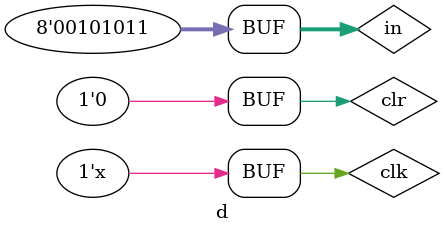
<source format=v>
`timescale 1ns / 1ps


module d;

	// Inputs
	reg clk;
	reg clr;
	reg [7:0] in;

	// Outputs
	wire out;

	// Instantiate the Unit Under Test (UUT)
	string uut (
		.clk(clk), 
		.clr(clr), 
		.in(in), 
		.out(out)
	);

	initial begin
		// Initialize Inputs
		clk = 0;
		clr = 0;
		in = 0;

		// Wait 100 ns for global reset to finish
		#10;
      in="6";
		#10;
		in="+";
		#10;
		in="9";
		#10;
		in="6";
		#10;
		in="*";
		#10;
		in="4";
		#10;
		in="8";
		#10;
		in="p";
		#10;
		in="6";
		#10;
		in="*";
		#10;
		in="9";
		#10;
		in="+";
		// Add stimulus here

	end
      always #5 clk=~clk;
endmodule


</source>
